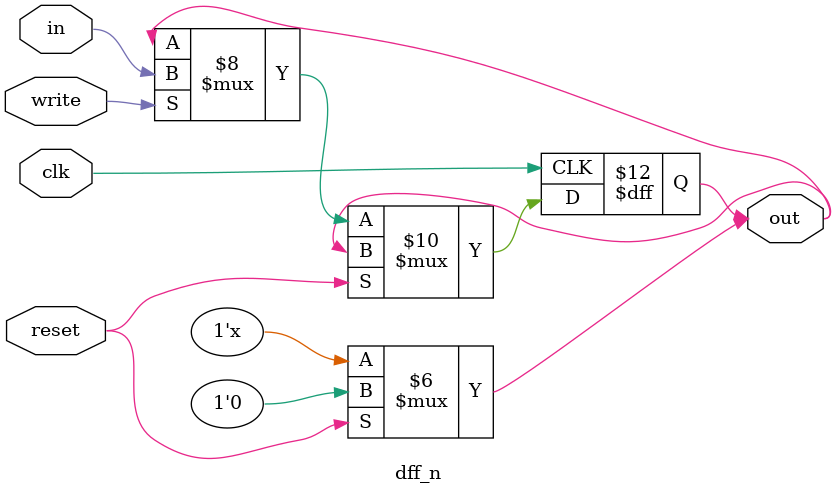
<source format=v>

`ifndef __dff__
`define __dff__ defined

module dff_p (input clk, input reset, input write, input [bwidth-1:0] in, output reg [bwidth-1:0] out);

    // default bit width of the DFF is 1
    parameter bwidth = 1;
    
    always @(posedge clk)
        if (reset == 1'b0)
            if (write == 1'b1)
                out <= in;

    always @(reset)
        if (reset == 1'b1)
            out <= 0;

endmodule

// DFF that triggers on the negative clock edge
module dff_n (
    input clk,
    input reset,
    input write,
    input [bwidth-1:0] in,
    output reg [bwidth-1:0] out
);

    parameter bwidth = 1;

    always @(negedge clk)
        if (reset == 1'b0)
            if (write == 1'b1)
                out <= in;

    always @(reset)
        if (reset == 1'b1)
            out <= 0;

endmodule

`endif
</source>
